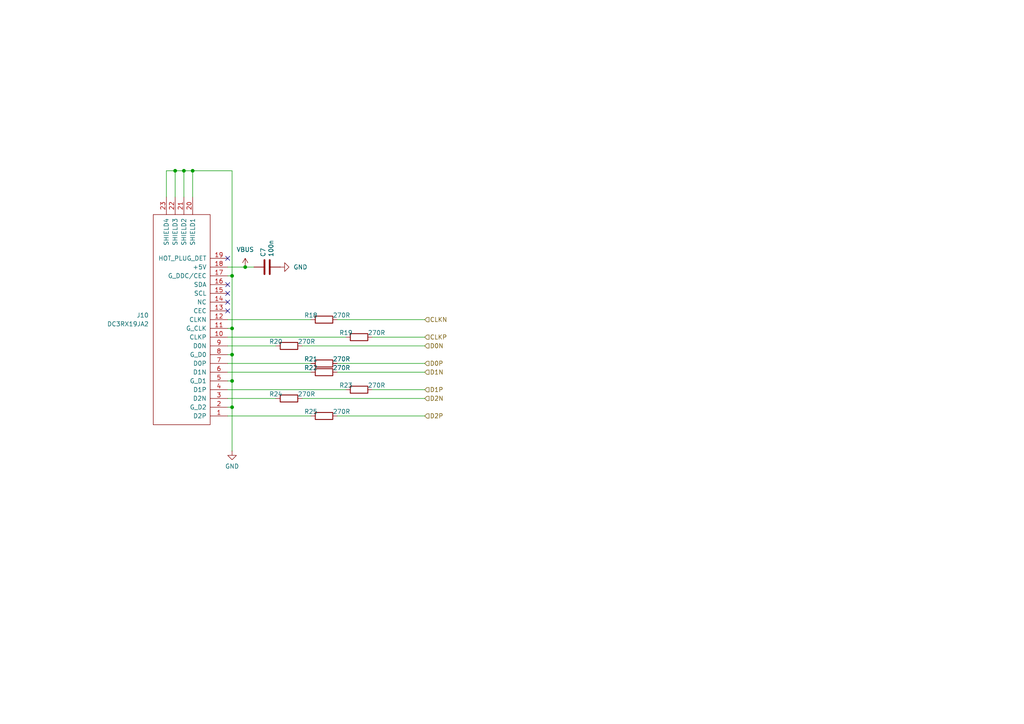
<source format=kicad_sch>
(kicad_sch (version 20250114) (generator "eeschema") (generator_version "9.0")
  (paper "A4")
  (title_block (title "TurboFRANK") (date "2025-03-19") (rev "1.04") (company "Mikhail Matveev") (comment 1 "https://github.com/xtremespb/frank"))
  (lib_symbols
    (symbol "Device:C" (pin_numbers (hide yes)) (pin_names (offset 0.254))
      (property "Reference" "C" (at 0.635 2.54 0))
      (property "Value" "C" (at 0.635 -2.54 0))
      (symbol "C_0_1"
        (polyline (pts (xy -2.032 0.762) (xy 2.032 0.762)) (stroke (width 0.508)))
        (polyline (pts (xy -2.032 -0.762) (xy 2.032 -0.762)) (stroke (width 0.508)))
      )
      (symbol "C_1_1"
        (pin passive line (at 0 3.81 270) (length 2.794) (name "~") (number "1"))
        (pin passive line (at 0 -3.81 90) (length 2.794) (name "~") (number "2"))
      )
    )
    (symbol "Device:R" (pin_numbers (hide yes)) (pin_names (offset 0))
      (property "Reference" "R" (at 2.032 0 90))
      (property "Value" "R" (at 0 0 90))
      (symbol "R_0_1"
        (rectangle (start -1.016 -2.54) (end 1.016 2.54) (stroke (width 0.254)))
      )
      (symbol "R_1_1"
        (pin passive line (at 0 3.81 270) (length 1.27) (name "~") (number "1"))
        (pin passive line (at 0 -3.81 90) (length 1.27) (name "~") (number "2"))
      )
    )
    (symbol "FRANK:HDMI" (pin_names (offset 1.016))
      (property "Reference" "HDMI1" (at 12.7 -16.5101 0))
      (property "Value" "HDMI" (at 12.7 -13.9701 0))
      (symbol "HDMI_0_1"
        (rectangle (start -5.08 15.24) (end 11.43 -45.72))
      )
      (symbol "HDMI_1_1"
        (pin input line (at -10.16 12.7 0) (length 5.08) (name "D2P") (number "1"))
        (pin input line (at -10.16 10.16 0) (length 5.08) (name "G_D2") (number "2"))
        (pin input line (at -10.16 7.62 0) (length 5.08) (name "D2N") (number "3"))
        (pin input line (at -10.16 5.08 0) (length 5.08) (name "D1P") (number "4"))
        (pin input line (at -10.16 2.54 0) (length 5.08) (name "G_D1") (number "5"))
        (pin input line (at -10.16 0 0) (length 5.08) (name "D1N") (number "6"))
        (pin input line (at -10.16 -2.54 0) (length 5.08) (name "D0P") (number "7"))
        (pin input line (at -10.16 -5.08 0) (length 5.08) (name "G_D0") (number "8"))
        (pin input line (at -10.16 -7.62 0) (length 5.08) (name "D0N") (number "9"))
        (pin input line (at -10.16 -10.16 0) (length 5.08) (name "CLKP") (number "10"))
        (pin input line (at -10.16 -12.7 0) (length 5.08) (name "G_CLK") (number "11"))
        (pin input line (at -10.16 -15.24 0) (length 5.08) (name "CLKN") (number "12"))
        (pin input line (at -10.16 -17.78 0) (length 5.08) (name "CEC") (number "13"))
        (pin input line (at -10.16 -20.32 0) (length 5.08) (name "NC") (number "14"))
        (pin input line (at -10.16 -22.86 0) (length 5.08) (name "SCL") (number "15"))
        (pin input line (at -10.16 -25.4 0) (length 5.08) (name "SDA") (number "16"))
        (pin input line (at -10.16 -27.94 0) (length 5.08) (name "G_DDC/CEC") (number "17"))
        (pin input line (at -10.16 -30.48 0) (length 5.08) (name "+5V") (number "18"))
        (pin input line (at -10.16 -33.02 0) (length 5.08) (name "HOT_PLUG_DET") (number "19"))
        (pin input line (at 0 -50.8 90) (length 5.08) (name "SHIELD1") (number "20"))
        (pin input line (at 2.54 -50.8 90) (length 5.08) (name "SHIELD2") (number "21"))
        (pin input line (at 5.08 -50.8 90) (length 5.08) (name "SHIELD3") (number "22"))
        (pin input line (at 7.62 -50.8 90) (length 5.08) (name "SHIELD4") (number "23"))
      )
    )
    (symbol "GND_1" (power) (pin_numbers (hide yes)) (pin_names (offset 0) (hide yes))
      (property "Value" "GND" (at 0 -3.81 0))
      (symbol "GND_1_0_1"
        (polyline (pts (xy 0 0) (xy 0 -1.27) (xy 1.27 -1.27) (xy 0 -2.54) (xy -1.27 -1.27) (xy 0 -1.27)))
      )
      (symbol "GND_1_1_1"
        (pin power_in line (at 0 0 270) (length 0) (name "~") (number "1"))
      )
    )
    (symbol "power:GND" (power) (pin_numbers (hide yes)) (pin_names (offset 0) (hide yes))
      (property "Value" "GND" (at 0 -3.81 0))
      (symbol "GND_0_1"
        (polyline (pts (xy 0 0) (xy 0 -1.27) (xy 1.27 -1.27) (xy 0 -2.54) (xy -1.27 -1.27) (xy 0 -1.27)))
      )
      (symbol "GND_1_1"
        (pin power_in line (at 0 0 270) (length 0) (name "~") (number "1"))
      )
    )
    (symbol "power:VBUS" (power) (pin_numbers (hide yes)) (pin_names (offset 0) (hide yes))
      (property "Value" "VBUS" (at 0 3.556 0))
      (symbol "VBUS_0_1"
        (polyline (pts (xy -0.762 1.27) (xy 0 2.54)))
        (polyline (pts (xy 0 2.54) (xy 0.762 1.27)))
        (polyline (pts (xy 0 0) (xy 0 2.54)))
      )
      (symbol "VBUS_1_1"
        (pin power_in line (at 0 0 90) (length 0) (name "~") (number "1"))
      )
    )
  )
  (junction (at 71.12 77.47))
  (junction (at 67.31 110.49))
  (junction (at 50.8 49.53))
  (junction (at 67.31 80.01))
  (junction (at 67.31 95.25))
  (junction (at 67.31 118.11))
  (junction (at 55.88 49.53))
  (junction (at 67.31 102.87))
  (junction (at 53.34 49.53))
  (no_connect (at 66.04 90.17))
  (no_connect (at 66.04 85.09))
  (no_connect (at 66.04 87.63))
  (no_connect (at 66.04 74.93))
  (no_connect (at 66.04 82.55))
  (wire (pts (xy 66.04 95.25) (xy 67.31 95.25)))
  (wire (pts (xy 67.31 110.49) (xy 67.31 118.11)))
  (wire (pts (xy 66.04 105.41) (xy 90.17 105.41)))
  (wire (pts (xy 87.63 115.57) (xy 123.19 115.57)))
  (wire (pts (xy 66.04 120.65) (xy 90.17 120.65)))
  (wire (pts (xy 66.04 102.87) (xy 67.31 102.87)))
  (wire (pts (xy 67.31 49.53) (xy 55.88 49.53)))
  (wire (pts (xy 53.34 49.53) (xy 53.34 57.15)))
  (wire (pts (xy 87.63 100.33) (xy 123.19 100.33)))
  (wire (pts (xy 55.88 49.53) (xy 53.34 49.53)))
  (wire (pts (xy 107.95 113.03) (xy 123.19 113.03)))
  (wire (pts (xy 67.31 102.87) (xy 67.31 110.49)))
  (wire (pts (xy 67.31 95.25) (xy 67.31 102.87)))
  (wire (pts (xy 97.79 107.95) (xy 123.19 107.95)))
  (wire (pts (xy 50.8 49.53) (xy 50.8 57.15)))
  (wire (pts (xy 66.04 92.71) (xy 90.17 92.71)))
  (wire (pts (xy 66.04 77.47) (xy 71.12 77.47)))
  (wire (pts (xy 66.04 113.03) (xy 100.33 113.03)))
  (wire (pts (xy 66.04 118.11) (xy 67.31 118.11)))
  (wire (pts (xy 67.31 118.11) (xy 67.31 130.81)))
  (wire (pts (xy 97.79 92.71) (xy 123.19 92.71)))
  (wire (pts (xy 97.79 105.41) (xy 123.19 105.41)))
  (wire (pts (xy 67.31 95.25) (xy 67.31 80.01)))
  (wire (pts (xy 50.8 49.53) (xy 48.26 49.53)))
  (wire (pts (xy 66.04 110.49) (xy 67.31 110.49)))
  (wire (pts (xy 66.04 80.01) (xy 67.31 80.01)))
  (wire (pts (xy 66.04 97.79) (xy 100.33 97.79)))
  (wire (pts (xy 67.31 80.01) (xy 67.31 49.53)))
  (wire (pts (xy 71.12 77.47) (xy 73.66 77.47)))
  (wire (pts (xy 107.95 97.79) (xy 123.19 97.79)))
  (wire (pts (xy 66.04 115.57) (xy 80.01 115.57)))
  (wire (pts (xy 53.34 49.53) (xy 50.8 49.53)))
  (wire (pts (xy 66.04 107.95) (xy 90.17 107.95)))
  (wire (pts (xy 48.26 49.53) (xy 48.26 57.15)))
  (wire (pts (xy 55.88 49.53) (xy 55.88 57.15)))
  (wire (pts (xy 97.79 120.65) (xy 123.19 120.65)))
  (wire (pts (xy 66.04 100.33) (xy 80.01 100.33)))
  (hierarchical_label "D2P" (shape input) (at 123.19 120.65 0))
  (hierarchical_label "CLKP" (shape input) (at 123.19 97.79 0))
  (hierarchical_label "D2N" (shape input) (at 123.19 115.57 0))
  (hierarchical_label "CLKN" (shape input) (at 123.19 92.71 0))
  (hierarchical_label "D0P" (shape input) (at 123.19 105.41 0))
  (hierarchical_label "D1P" (shape input) (at 123.19 113.03 0))
  (hierarchical_label "D0N" (shape input) (at 123.19 100.33 0))
  (hierarchical_label "D1N" (shape input) (at 123.19 107.95 0))
  (symbol (lib_id "Device:R") (at 93.98 105.41 90) (unit 1)
    (property "Reference" "R21" (at 90.17 104.14 90))
    (property "Value" "270R" (at 99.06 104.14 90))
    (property "Footprint" "FRANK:Resistor (0805)" (effects (hide yes)))
    (property "Datasheet" "https://www.vishay.com/docs/28952/mcs0402at-mct0603at-mcu0805at-mca1206at.pdf" (effects (hide yes)))
    (property "AliExpress" "https://www.aliexpress.com/item/1005005945735199.html" (effects (hide yes)))
  )
  (symbol (lib_id "Device:R") (at 104.14 113.03 90) (unit 1)
    (property "Reference" "R23" (at 100.33 111.76 90))
    (property "Value" "270R" (at 109.22 111.76 90))
    (property "Footprint" "FRANK:Resistor (0805)" (effects (hide yes)))
    (property "Datasheet" "https://www.vishay.com/docs/28952/mcs0402at-mct0603at-mcu0805at-mca1206at.pdf" (effects (hide yes)))
    (property "AliExpress" "https://www.aliexpress.com/item/1005005945735199.html" (effects (hide yes)))
  )
  (symbol (lib_id "Device:R") (at 93.98 92.71 90) (unit 1)
    (property "Reference" "R18" (at 90.17 91.44 90))
    (property "Value" "270R" (at 99.06 91.44 90))
    (property "Footprint" "FRANK:Resistor (0805)" (effects (hide yes)))
    (property "Datasheet" "https://www.vishay.com/docs/28952/mcs0402at-mct0603at-mcu0805at-mca1206at.pdf" (effects (hide yes)))
    (property "AliExpress" "https://www.aliexpress.com/item/1005005945735199.html" (effects (hide yes)))
  )
  (symbol (lib_id "power:VBUS") (at 71.12 77.47 0) (unit 1)
    (property "Reference" "#PWR042" (effects (hide yes)))
    (property "Value" "VBUS" (at 71.12 72.39 0))
    (property "Description" "Power symbol creates a global label with name \"VBUS\"" (effects (hide yes)))
  )
  (symbol (lib_id "Device:R") (at 93.98 107.95 90) (unit 1)
    (property "Reference" "R22" (at 90.17 106.68 90))
    (property "Value" "270R" (at 99.06 106.68 90))
    (property "Footprint" "FRANK:Resistor (0805)" (effects (hide yes)))
    (property "Datasheet" "https://www.vishay.com/docs/28952/mcs0402at-mct0603at-mcu0805at-mca1206at.pdf" (effects (hide yes)))
    (property "AliExpress" "https://www.aliexpress.com/item/1005005945735199.html" (effects (hide yes)))
  )
  (symbol (lib_id "Device:C") (at 77.47 77.47 90) (unit 1)
    (property "Reference" "C7" (at 76.3016 74.549 0) (effects (justify left)))
    (property "Value" "100n" (at 78.613 74.549 0) (effects (justify left)))
    (property "Footprint" "FRANK:Capacitor (0805)" (effects (hide yes)))
    (property "Datasheet" "https://eu.mouser.com/datasheet/2/40/KGM_X7R-3223212.pdf" (effects (hide yes)))
    (property "AliExpress" "https://www.aliexpress.com/item/33008008276.html" (effects (hide yes)))
  )
  (symbol (lib_id "Device:R") (at 83.82 100.33 90) (unit 1)
    (property "Reference" "R20" (at 80.01 99.06 90))
    (property "Value" "270R" (at 88.9 99.06 90))
    (property "Footprint" "FRANK:Resistor (0805)" (effects (hide yes)))
    (property "Datasheet" "https://www.vishay.com/docs/28952/mcs0402at-mct0603at-mcu0805at-mca1206at.pdf" (effects (hide yes)))
    (property "AliExpress" "https://www.aliexpress.com/item/1005005945735199.html" (effects (hide yes)))
  )
  (symbol (lib_id "power:GND") (at 67.31 130.81 0) (unit 1)
    (property "Reference" "#PWR044" (effects (hide yes)))
    (property "Value" "GND" (at 67.31 135.2534 0))
    (property "Description" "Power symbol creates a global label with name \"GND\" , ground" (effects (hide yes)))
  )
  (symbol (lib_name "GND_1") (lib_id "power:GND") (at 81.28 77.47 90) (unit 1)
    (property "Reference" "#PWR043" (effects (hide yes)))
    (property "Value" "GND" (at 85.09 77.4699 90) (effects (justify right)))
    (property "Description" "Power symbol creates a global label with name \"GND\" , ground" (effects (hide yes)))
  )
  (symbol (lib_id "Device:R") (at 104.14 97.79 90) (unit 1)
    (property "Reference" "R19" (at 100.33 96.52 90))
    (property "Value" "270R" (at 109.22 96.52 90))
    (property "Footprint" "FRANK:Resistor (0805)" (effects (hide yes)))
    (property "Datasheet" "https://www.vishay.com/docs/28952/mcs0402at-mct0603at-mcu0805at-mca1206at.pdf" (effects (hide yes)))
    (property "AliExpress" "https://www.aliexpress.com/item/1005005945735199.html" (effects (hide yes)))
  )
  (symbol (lib_id "FRANK:HDMI") (at 55.88 107.95 180) (unit 1)
    (property "Reference" "J10" (at 43.18 91.4399 0) (effects (justify left)))
    (property "Value" "DC3RX19JA2" (at 43.18 93.9799 0) (effects (justify left)))
    (property "Footprint" "FRANK:HDMI (female)" (effects (hide yes)))
    (property "Datasheet" "https://www.mouser.com/datasheet/2/206/B_0233_2E_DC3-784461.pdf?srsltid=AfmBOopfNOwkdmYR2Zf10LYIa6wS_lfZGGRTVzb0297kvAyc-1zmhqWc" (effects (hide yes)))
    (property "AliExpress" "https://www.aliexpress.com/item/1005005248842433.html" (effects (hide yes)))
  )
  (symbol (lib_id "Device:R") (at 93.98 120.65 90) (unit 1)
    (property "Reference" "R25" (at 90.17 119.38 90))
    (property "Value" "270R" (at 99.06 119.38 90))
    (property "Footprint" "FRANK:Resistor (0805)" (effects (hide yes)))
    (property "Datasheet" "https://www.vishay.com/docs/28952/mcs0402at-mct0603at-mcu0805at-mca1206at.pdf" (effects (hide yes)))
    (property "AliExpress" "https://www.aliexpress.com/item/1005005945735199.html" (effects (hide yes)))
  )
  (symbol (lib_id "Device:R") (at 83.82 115.57 90) (unit 1)
    (property "Reference" "R24" (at 80.01 114.3 90))
    (property "Value" "270R" (at 88.9 114.3 90))
    (property "Footprint" "FRANK:Resistor (0805)" (effects (hide yes)))
    (property "Datasheet" "https://www.vishay.com/docs/28952/mcs0402at-mct0603at-mcu0805at-mca1206at.pdf" (effects (hide yes)))
    (property "AliExpress" "https://www.aliexpress.com/item/1005005945735199.html" (effects (hide yes)))
  )
)
</source>
